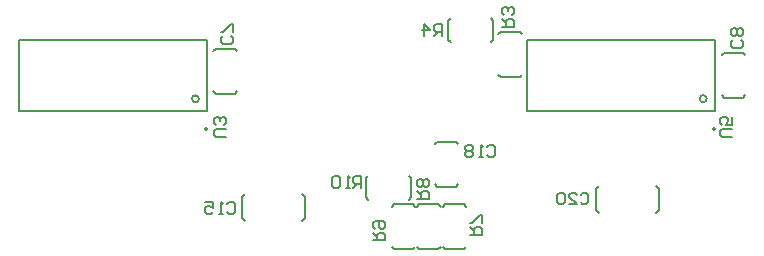
<source format=gbo>
G04 Layer_Color=32896*
%FSAX24Y24*%
%MOIN*%
G70*
G01*
G75*
%ADD19C,0.0079*%
%ADD36C,0.0059*%
D19*
X046555Y032972D02*
G03*
X046555Y032972I-000118J000000D01*
G01*
X046835Y031969D02*
G03*
X046835Y031969I-000049J000000D01*
G01*
X063484Y032972D02*
G03*
X063484Y032972I-000118J000000D01*
G01*
X063764Y031969D02*
G03*
X063764Y031969I-000049J000000D01*
G01*
X040571Y032579D02*
Y034941D01*
X046831Y032579D02*
Y034941D01*
X040571D02*
X046831D01*
X040571Y032579D02*
X046831D01*
X057500D02*
Y034941D01*
X063760Y032579D02*
Y034941D01*
X057500D02*
X063760D01*
X057500Y032579D02*
X063760D01*
X047985Y028991D02*
X048085Y028891D01*
X047985Y028991D02*
Y029691D01*
X048085Y029791D01*
X049985Y028891D02*
X050085Y028991D01*
Y029691D01*
X049985Y029791D02*
X050085Y029691D01*
X059777Y029276D02*
X059877Y029176D01*
X059777Y029276D02*
Y029976D01*
X059877Y030076D01*
X061777Y029176D02*
X061877Y029276D01*
Y029976D01*
X061777Y030076D02*
X061877Y029976D01*
X047451Y031693D02*
X047123D01*
X047057Y031759D01*
Y031890D01*
X047123Y031955D01*
X047451D01*
X047385Y032086D02*
X047451Y032152D01*
Y032283D01*
X047385Y032349D01*
X047319D01*
X047254Y032283D01*
Y032218D01*
Y032283D01*
X047188Y032349D01*
X047123D01*
X047057Y032283D01*
Y032152D01*
X047123Y032086D01*
X064311Y031693D02*
X063983D01*
X063917Y031759D01*
Y031890D01*
X063983Y031955D01*
X064311D01*
Y032349D02*
Y032086D01*
X064114D01*
X064180Y032218D01*
Y032283D01*
X064114Y032349D01*
X063983D01*
X063917Y032283D01*
Y032152D01*
X063983Y032086D01*
X047631Y035075D02*
X047697Y035010D01*
Y034879D01*
X047631Y034813D01*
X047369D01*
X047303Y034879D01*
Y035010D01*
X047369Y035075D01*
X047697Y035207D02*
Y035469D01*
X047631D01*
X047369Y035207D01*
X047303D01*
X064609Y034938D02*
X064675Y034872D01*
Y034741D01*
X064609Y034675D01*
X064347D01*
X064282Y034741D01*
Y034872D01*
X064347Y034938D01*
X064609Y035069D02*
X064675Y035134D01*
Y035266D01*
X064609Y035331D01*
X064544D01*
X064478Y035266D01*
X064413Y035331D01*
X064347D01*
X064282Y035266D01*
Y035134D01*
X064347Y035069D01*
X064413D01*
X064478Y035134D01*
X064544Y035069D01*
X064609D01*
X064478Y035134D02*
Y035266D01*
X047494Y029472D02*
X047559Y029537D01*
X047690D01*
X047756Y029472D01*
Y029209D01*
X047690Y029144D01*
X047559D01*
X047494Y029209D01*
X047362Y029144D02*
X047231D01*
X047297D01*
Y029537D01*
X047362Y029472D01*
X046772Y029537D02*
X047034D01*
Y029340D01*
X046903Y029406D01*
X046838D01*
X046772Y029340D01*
Y029209D01*
X046838Y029144D01*
X046969D01*
X047034Y029209D01*
X059275Y029777D02*
X059341Y029842D01*
X059472D01*
X059537Y029777D01*
Y029514D01*
X059472Y029449D01*
X059341D01*
X059275Y029514D01*
X058881Y029449D02*
X059144D01*
X058881Y029711D01*
Y029777D01*
X058947Y029842D01*
X059078D01*
X059144Y029777D01*
X058750D02*
X058685Y029842D01*
X058553D01*
X058488Y029777D01*
Y029514D01*
X058553Y029449D01*
X058685D01*
X058750Y029514D01*
Y029777D01*
X056654Y035364D02*
X057047D01*
Y035561D01*
X056982Y035627D01*
X056850D01*
X056785Y035561D01*
Y035364D01*
Y035495D02*
X056654Y035627D01*
X056982Y035758D02*
X057047Y035823D01*
Y035955D01*
X056982Y036020D01*
X056916D01*
X056850Y035955D01*
Y035889D01*
Y035955D01*
X056785Y036020D01*
X056719D01*
X056654Y035955D01*
Y035823D01*
X056719Y035758D01*
X054646Y035069D02*
Y035462D01*
X054449D01*
X054383Y035397D01*
Y035266D01*
X054449Y035200D01*
X054646D01*
X054514D02*
X054383Y035069D01*
X054055D02*
Y035462D01*
X054252Y035266D01*
X053990D01*
X052352Y028248D02*
X052746D01*
Y028445D01*
X052680Y028510D01*
X052549D01*
X052484Y028445D01*
Y028248D01*
Y028379D02*
X052352Y028510D01*
X052418Y028642D02*
X052352Y028707D01*
Y028838D01*
X052418Y028904D01*
X052680D01*
X052746Y028838D01*
Y028707D01*
X052680Y028642D01*
X052615D01*
X052549Y028707D01*
Y028904D01*
X053839Y029626D02*
X054232D01*
Y029823D01*
X054167Y029888D01*
X054035D01*
X053970Y029823D01*
Y029626D01*
Y029757D02*
X053839Y029888D01*
X054167Y030020D02*
X054232Y030085D01*
Y030216D01*
X054167Y030282D01*
X054101D01*
X054035Y030216D01*
X053970Y030282D01*
X053904D01*
X053839Y030216D01*
Y030085D01*
X053904Y030020D01*
X053970D01*
X054035Y030085D01*
X054101Y030020D01*
X054167D01*
X054035Y030085D02*
Y030216D01*
X051968Y029990D02*
Y030384D01*
X051772D01*
X051706Y030318D01*
Y030187D01*
X051772Y030121D01*
X051968D01*
X051837D02*
X051706Y029990D01*
X051575D02*
X051444D01*
X051509D01*
Y030384D01*
X051575Y030318D01*
X051247D02*
X051181Y030384D01*
X051050D01*
X050985Y030318D01*
Y030056D01*
X051050Y029990D01*
X051181D01*
X051247Y030056D01*
Y030318D01*
X056155Y031371D02*
X056221Y031437D01*
X056352D01*
X056417Y031371D01*
Y031109D01*
X056352Y031043D01*
X056221D01*
X056155Y031109D01*
X056024Y031043D02*
X055893D01*
X055958D01*
Y031437D01*
X056024Y031371D01*
X055696D02*
X055630Y031437D01*
X055499D01*
X055433Y031371D01*
Y031306D01*
X055499Y031240D01*
X055433Y031174D01*
Y031109D01*
X055499Y031043D01*
X055630D01*
X055696Y031109D01*
Y031174D01*
X055630Y031240D01*
X055696Y031306D01*
Y031371D01*
X055630Y031240D02*
X055499D01*
X055600Y028435D02*
X055994D01*
Y028632D01*
X055928Y028697D01*
X055797D01*
X055732Y028632D01*
Y028435D01*
Y028566D02*
X055600Y028697D01*
X055994Y028829D02*
Y029091D01*
X055928D01*
X055666Y028829D01*
X055600D01*
D36*
X047116Y033140D02*
X047746D01*
X047037Y033219D02*
X047116Y033140D01*
X047746D02*
X047825Y033219D01*
X047037Y034557D02*
X047116Y034636D01*
X047746D02*
X047825Y034557D01*
X047116Y034636D02*
X047746D01*
X064055Y033012D02*
X064685D01*
X063976Y033091D02*
X064055Y033012D01*
X064685D02*
X064764Y033091D01*
X063976Y034429D02*
X064055Y034508D01*
X064685D02*
X064764Y034429D01*
X064055Y034508D02*
X064685D01*
X056614Y033701D02*
X057244D01*
X056535Y033780D02*
X056614Y033701D01*
X057244D02*
X057323Y033780D01*
X056535Y035118D02*
X056614Y035197D01*
X057244D02*
X057323Y035118D01*
X056614Y035197D02*
X057244D01*
X056368Y034941D02*
Y035571D01*
X056289Y034862D02*
X056368Y034941D01*
X056289Y035650D02*
X056368Y035571D01*
X054872Y034941D02*
X054951Y034862D01*
X054872Y035571D02*
X054951Y035650D01*
X054872Y034941D02*
Y035571D01*
X053061Y027963D02*
X053691D01*
X052982Y028041D02*
X053061Y027963D01*
X053691D02*
X053770Y028041D01*
X052982Y029380D02*
X053061Y029459D01*
X053691D02*
X053770Y029380D01*
X053061Y029459D02*
X053691D01*
X053907D02*
X054537D01*
X054616Y029380D01*
X053829D02*
X053907Y029459D01*
X054537Y027963D02*
X054616Y028041D01*
X053829D02*
X053907Y027963D01*
X054537D01*
X052126Y029685D02*
Y030315D01*
X052205Y030394D01*
X052126Y029685D02*
X052205Y029606D01*
X053543Y030394D02*
X053622Y030315D01*
X053543Y029606D02*
X053622Y029685D01*
Y030315D01*
X054764Y027963D02*
X055394D01*
X054685Y028041D02*
X054764Y027963D01*
X055394D02*
X055472Y028041D01*
X054685Y029380D02*
X054764Y029459D01*
X055394D02*
X055472Y029380D01*
X054764Y029459D02*
X055394D01*
X054498Y030039D02*
X055128D01*
X054419Y030118D02*
X054498Y030039D01*
X055128D02*
X055207Y030118D01*
X054419Y031457D02*
X054498Y031535D01*
X055128D02*
X055207Y031457D01*
X054498Y031535D02*
X055128D01*
M02*

</source>
